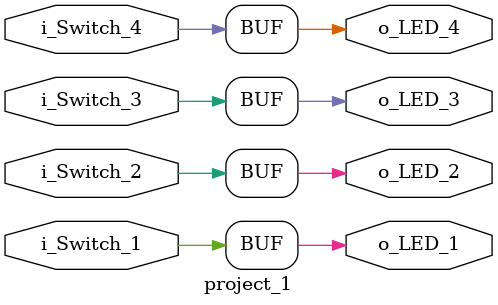
<source format=v>
module project_1
  (input i_Switch_1,
   input i_Switch_2,
   input i_Switch_3,
   input i_Switch_4,
   output o_LED_1,
   output o_LED_2,
   output o_LED_3,
   output o_LED_4);

  assign o_LED_1 = i_Switch_1;
  assign o_LED_2 = i_Switch_2;
  assign o_LED_3 = i_Switch_3;
  assign o_LED_4 = i_Switch_4;

endmodule

</source>
